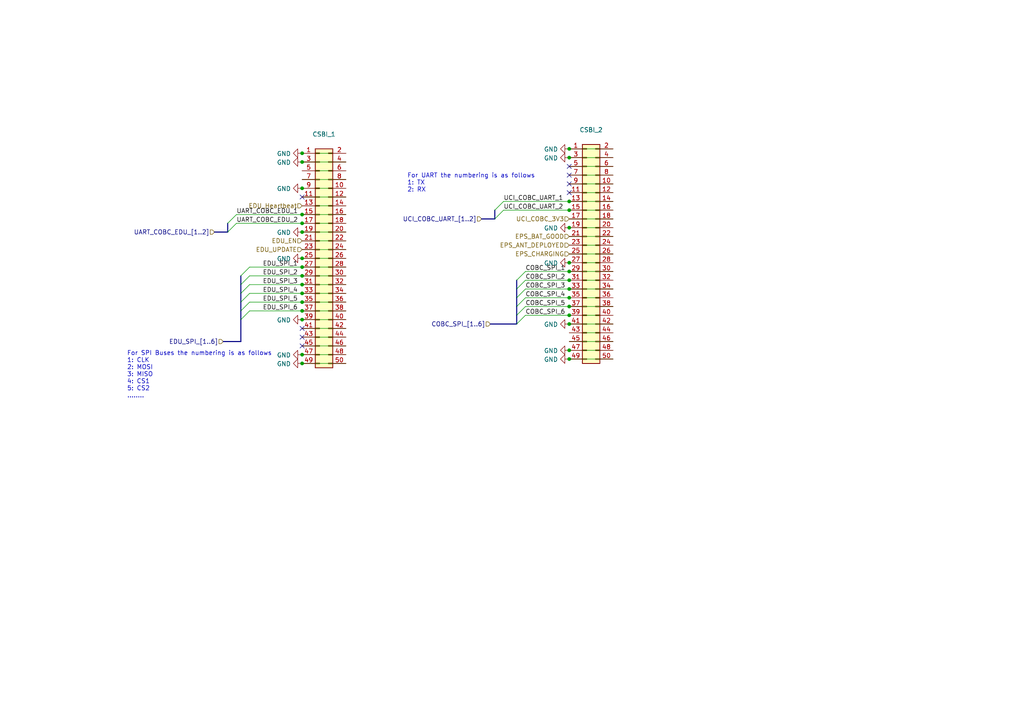
<source format=kicad_sch>
(kicad_sch (version 20211123) (generator eeschema)
  (paper "A4")
  (title_block (title "STS1_connectors") (date "21.02.2021") (rev "1.0") (company "TU Wien Space Team"))
  (lib_symbols
    (symbol "Connector_Generic:Conn_02x25_Odd_Even" (pin_names (offset 1.016) hide)
      (property "Reference" "J" (at 1.27 33.02 0))
      (property "Value" "Conn_02x25_Odd_Even" (at 1.27 -33.02 0))
      (symbol "Conn_02x25_Odd_Even_1_1"
        (rectangle (start -1.27 -30.353) (end 0 -30.607) (stroke (width 0.1524)))
        (rectangle (start -1.27 -27.813) (end 0 -28.067) (stroke (width 0.1524)))
        (rectangle (start -1.27 -25.273) (end 0 -25.527) (stroke (width 0.1524)))
        (rectangle (start -1.27 -22.733) (end 0 -22.987) (stroke (width 0.1524)))
        (rectangle (start -1.27 -20.193) (end 0 -20.447) (stroke (width 0.1524)))
        (rectangle (start -1.27 -17.653) (end 0 -17.907) (stroke (width 0.1524)))
        (rectangle (start -1.27 -15.113) (end 0 -15.367) (stroke (width 0.1524)))
        (rectangle (start -1.27 -12.573) (end 0 -12.827) (stroke (width 0.1524)))
        (rectangle (start -1.27 -10.033) (end 0 -10.287) (stroke (width 0.1524)))
        (rectangle (start -1.27 -7.493) (end 0 -7.747) (stroke (width 0.1524)))
        (rectangle (start -1.27 -4.953) (end 0 -5.207) (stroke (width 0.1524)))
        (rectangle (start -1.27 -2.413) (end 0 -2.667) (stroke (width 0.1524)))
        (rectangle (start -1.27 0.127) (end 0 -0.127) (stroke (width 0.1524)))
        (rectangle (start -1.27 2.667) (end 0 2.413) (stroke (width 0.1524)))
        (rectangle (start -1.27 5.207) (end 0 4.953) (stroke (width 0.1524)))
        (rectangle (start -1.27 7.747) (end 0 7.493) (stroke (width 0.1524)))
        (rectangle (start -1.27 10.287) (end 0 10.033) (stroke (width 0.1524)))
        (rectangle (start -1.27 12.827) (end 0 12.573) (stroke (width 0.1524)))
        (rectangle (start -1.27 15.367) (end 0 15.113) (stroke (width 0.1524)))
        (rectangle (start -1.27 17.907) (end 0 17.653) (stroke (width 0.1524)))
        (rectangle (start -1.27 20.447) (end 0 20.193) (stroke (width 0.1524)))
        (rectangle (start -1.27 22.987) (end 0 22.733) (stroke (width 0.1524)))
        (rectangle (start -1.27 25.527) (end 0 25.273) (stroke (width 0.1524)))
        (rectangle (start -1.27 28.067) (end 0 27.813) (stroke (width 0.1524)))
        (rectangle (start -1.27 30.607) (end 0 30.353) (stroke (width 0.1524)))
        (rectangle (start -1.27 31.75) (end 3.81 -31.75) (stroke (width 0.254)) (fill (type background)))
        (rectangle (start 3.81 -30.353) (end 2.54 -30.607) (stroke (width 0.1524)))
        (rectangle (start 3.81 -27.813) (end 2.54 -28.067) (stroke (width 0.1524)))
        (rectangle (start 3.81 -25.273) (end 2.54 -25.527) (stroke (width 0.1524)))
        (rectangle (start 3.81 -22.733) (end 2.54 -22.987) (stroke (width 0.1524)))
        (rectangle (start 3.81 -20.193) (end 2.54 -20.447) (stroke (width 0.1524)))
        (rectangle (start 3.81 -17.653) (end 2.54 -17.907) (stroke (width 0.1524)))
        (rectangle (start 3.81 -15.113) (end 2.54 -15.367) (stroke (width 0.1524)))
        (rectangle (start 3.81 -12.573) (end 2.54 -12.827) (stroke (width 0.1524)))
        (rectangle (start 3.81 -10.033) (end 2.54 -10.287) (stroke (width 0.1524)))
        (rectangle (start 3.81 -7.493) (end 2.54 -7.747) (stroke (width 0.1524)))
        (rectangle (start 3.81 -4.953) (end 2.54 -5.207) (stroke (width 0.1524)))
        (rectangle (start 3.81 -2.413) (end 2.54 -2.667) (stroke (width 0.1524)))
        (rectangle (start 3.81 0.127) (end 2.54 -0.127) (stroke (width 0.1524)))
        (rectangle (start 3.81 2.667) (end 2.54 2.413) (stroke (width 0.1524)))
        (rectangle (start 3.81 5.207) (end 2.54 4.953) (stroke (width 0.1524)))
        (rectangle (start 3.81 7.747) (end 2.54 7.493) (stroke (width 0.1524)))
        (rectangle (start 3.81 10.287) (end 2.54 10.033) (stroke (width 0.1524)))
        (rectangle (start 3.81 12.827) (end 2.54 12.573) (stroke (width 0.1524)))
        (rectangle (start 3.81 15.367) (end 2.54 15.113) (stroke (width 0.1524)))
        (rectangle (start 3.81 17.907) (end 2.54 17.653) (stroke (width 0.1524)))
        (rectangle (start 3.81 20.447) (end 2.54 20.193) (stroke (width 0.1524)))
        (rectangle (start 3.81 22.987) (end 2.54 22.733) (stroke (width 0.1524)))
        (rectangle (start 3.81 25.527) (end 2.54 25.273) (stroke (width 0.1524)))
        (rectangle (start 3.81 28.067) (end 2.54 27.813) (stroke (width 0.1524)))
        (rectangle (start 3.81 30.607) (end 2.54 30.353) (stroke (width 0.1524)))
        (pin passive line (at -5.08 30.48 0) (length 3.81) (name "Pin_1") (number "1"))
        (pin passive line (at 7.62 20.32 180) (length 3.81) (name "Pin_10") (number "10"))
        (pin passive line (at -5.08 17.78 0) (length 3.81) (name "Pin_11") (number "11"))
        (pin passive line (at 7.62 17.78 180) (length 3.81) (name "Pin_12") (number "12"))
        (pin passive line (at -5.08 15.24 0) (length 3.81) (name "Pin_13") (number "13"))
        (pin passive line (at 7.62 15.24 180) (length 3.81) (name "Pin_14") (number "14"))
        (pin passive line (at -5.08 12.7 0) (length 3.81) (name "Pin_15") (number "15"))
        (pin passive line (at 7.62 12.7 180) (length 3.81) (name "Pin_16") (number "16"))
        (pin passive line (at -5.08 10.16 0) (length 3.81) (name "Pin_17") (number "17"))
        (pin passive line (at 7.62 10.16 180) (length 3.81) (name "Pin_18") (number "18"))
        (pin passive line (at -5.08 7.62 0) (length 3.81) (name "Pin_19") (number "19"))
        (pin passive line (at 7.62 30.48 180) (length 3.81) (name "Pin_2") (number "2"))
        (pin passive line (at 7.62 7.62 180) (length 3.81) (name "Pin_20") (number "20"))
        (pin passive line (at -5.08 5.08 0) (length 3.81) (name "Pin_21") (number "21"))
        (pin passive line (at 7.62 5.08 180) (length 3.81) (name "Pin_22") (number "22"))
        (pin passive line (at -5.08 2.54 0) (length 3.81) (name "Pin_23") (number "23"))
        (pin passive line (at 7.62 2.54 180) (length 3.81) (name "Pin_24") (number "24"))
        (pin passive line (at -5.08 0 0) (length 3.81) (name "Pin_25") (number "25"))
        (pin passive line (at 7.62 0 180) (length 3.81) (name "Pin_26") (number "26"))
        (pin passive line (at -5.08 -2.54 0) (length 3.81) (name "Pin_27") (number "27"))
        (pin passive line (at 7.62 -2.54 180) (length 3.81) (name "Pin_28") (number "28"))
        (pin passive line (at -5.08 -5.08 0) (length 3.81) (name "Pin_29") (number "29"))
        (pin passive line (at -5.08 27.94 0) (length 3.81) (name "Pin_3") (number "3"))
        (pin passive line (at 7.62 -5.08 180) (length 3.81) (name "Pin_30") (number "30"))
        (pin passive line (at -5.08 -7.62 0) (length 3.81) (name "Pin_31") (number "31"))
        (pin passive line (at 7.62 -7.62 180) (length 3.81) (name "Pin_32") (number "32"))
        (pin passive line (at -5.08 -10.16 0) (length 3.81) (name "Pin_33") (number "33"))
        (pin passive line (at 7.62 -10.16 180) (length 3.81) (name "Pin_34") (number "34"))
        (pin passive line (at -5.08 -12.7 0) (length 3.81) (name "Pin_35") (number "35"))
        (pin passive line (at 7.62 -12.7 180) (length 3.81) (name "Pin_36") (number "36"))
        (pin passive line (at -5.08 -15.24 0) (length 3.81) (name "Pin_37") (number "37"))
        (pin passive line (at 7.62 -15.24 180) (length 3.81) (name "Pin_38") (number "38"))
        (pin passive line (at -5.08 -17.78 0) (length 3.81) (name "Pin_39") (number "39"))
        (pin passive line (at 7.62 27.94 180) (length 3.81) (name "Pin_4") (number "4"))
        (pin passive line (at 7.62 -17.78 180) (length 3.81) (name "Pin_40") (number "40"))
        (pin passive line (at -5.08 -20.32 0) (length 3.81) (name "Pin_41") (number "41"))
        (pin passive line (at 7.62 -20.32 180) (length 3.81) (name "Pin_42") (number "42"))
        (pin passive line (at -5.08 -22.86 0) (length 3.81) (name "Pin_43") (number "43"))
        (pin passive line (at 7.62 -22.86 180) (length 3.81) (name "Pin_44") (number "44"))
        (pin passive line (at -5.08 -25.4 0) (length 3.81) (name "Pin_45") (number "45"))
        (pin passive line (at 7.62 -25.4 180) (length 3.81) (name "Pin_46") (number "46"))
        (pin passive line (at -5.08 -27.94 0) (length 3.81) (name "Pin_47") (number "47"))
        (pin passive line (at 7.62 -27.94 180) (length 3.81) (name "Pin_48") (number "48"))
        (pin passive line (at -5.08 -30.48 0) (length 3.81) (name "Pin_49") (number "49"))
        (pin passive line (at -5.08 25.4 0) (length 3.81) (name "Pin_5") (number "5"))
        (pin passive line (at 7.62 -30.48 180) (length 3.81) (name "Pin_50") (number "50"))
        (pin passive line (at 7.62 25.4 180) (length 3.81) (name "Pin_6") (number "6"))
        (pin passive line (at -5.08 22.86 0) (length 3.81) (name "Pin_7") (number "7"))
        (pin passive line (at 7.62 22.86 180) (length 3.81) (name "Pin_8") (number "8"))
        (pin passive line (at -5.08 20.32 0) (length 3.81) (name "Pin_9") (number "9"))
      )
    )
    (symbol "power:GND" (power) (pin_names (offset 0))
      (property "Value" "GND" (at 0 -3.81 0))
      (symbol "GND_0_1"
        (polyline (pts (xy 0 0) (xy 0 -1.27) (xy 1.27 -1.27) (xy 0 -2.54) (xy -1.27 -1.27) (xy 0 -1.27)))
      )
      (symbol "GND_1_1"
        (pin power_in line (at 0 0 270) (length 0) hide (name "GND") (number "1"))
      )
    )
  )
  (junction (at 87.63 92.71))
  (junction (at 165.1 101.6))
  (junction (at 165.1 45.72))
  (junction (at 87.63 82.55))
  (junction (at 165.1 88.9))
  (junction (at 165.1 76.2))
  (junction (at 87.63 67.31))
  (junction (at 87.63 85.09))
  (junction (at 87.63 46.99))
  (junction (at 165.1 83.82))
  (junction (at 165.1 91.44))
  (junction (at 87.63 102.87))
  (junction (at 165.1 93.98))
  (junction (at 87.63 74.93))
  (junction (at 165.1 78.74))
  (junction (at 87.63 87.63))
  (junction (at 87.63 44.45))
  (junction (at 87.63 90.17))
  (junction (at 87.63 80.01))
  (junction (at 87.63 62.23))
  (junction (at 87.63 105.41))
  (junction (at 87.63 54.61))
  (junction (at 165.1 43.18))
  (junction (at 165.1 66.04))
  (junction (at 87.63 64.77))
  (junction (at 87.63 77.47))
  (junction (at 165.1 60.96))
  (junction (at 165.1 81.28))
  (junction (at 165.1 58.42))
  (junction (at 165.1 104.14))
  (junction (at 165.1 86.36))
  (no_connect (at 165.1 55.88))
  (no_connect (at 87.63 95.25))
  (no_connect (at 87.63 57.15))
  (no_connect (at 165.1 48.26))
  (no_connect (at 87.63 97.79))
  (no_connect (at 165.1 53.34))
  (no_connect (at 87.63 100.33))
  (no_connect (at 165.1 50.8))
  (bus_entry (at 69.85 80.01) (size 2.54 -2.54))
  (bus_entry (at 69.85 82.55) (size 2.54 -2.54))
  (bus_entry (at 143.51 63.5) (size 2.54 -2.54))
  (bus_entry (at 149.86 81.28) (size 2.54 -2.54))
  (bus_entry (at 66.04 64.77) (size 2.54 -2.54))
  (bus_entry (at 69.85 92.71) (size 2.54 -2.54))
  (bus_entry (at 149.86 91.44) (size 2.54 -2.54))
  (bus_entry (at 66.04 67.31) (size 2.54 -2.54))
  (bus_entry (at 69.85 85.09) (size 2.54 -2.54))
  (bus_entry (at 69.85 87.63) (size 2.54 -2.54))
  (bus_entry (at 149.86 93.98) (size 2.54 -2.54))
  (bus_entry (at 143.51 60.96) (size 2.54 -2.54))
  (bus_entry (at 69.85 90.17) (size 2.54 -2.54))
  (bus_entry (at 149.86 83.82) (size 2.54 -2.54))
  (bus_entry (at 149.86 86.36) (size 2.54 -2.54))
  (bus_entry (at 149.86 88.9) (size 2.54 -2.54))
  (bus (pts (xy 143.51 60.96) (xy 143.51 63.5)))
  (bus (pts (xy 69.85 92.71) (xy 69.85 99.06)))
  (wire (pts (xy 165.1 50.8) (xy 177.8 50.8)))
  (wire (pts (xy 165.1 104.14) (xy 177.8 104.14)))
  (bus (pts (xy 69.85 99.06) (xy 64.77 99.06)))
  (wire (pts (xy 165.1 78.74) (xy 177.8 78.74)))
  (wire (pts (xy 165.1 43.18) (xy 177.8 43.18)))
  (wire (pts (xy 87.63 100.33) (xy 100.33 100.33)))
  (wire (pts (xy 165.1 60.96) (xy 177.8 60.96)))
  (wire (pts (xy 87.63 62.23) (xy 100.33 62.23)))
  (wire (pts (xy 87.63 80.01) (xy 100.33 80.01)))
  (wire (pts (xy 87.63 74.93) (xy 100.33 74.93)))
  (wire (pts (xy 87.63 87.63) (xy 72.39 87.63)))
  (wire (pts (xy 87.63 54.61) (xy 100.33 54.61)))
  (wire (pts (xy 87.63 80.01) (xy 72.39 80.01)))
  (wire (pts (xy 87.63 59.69) (xy 100.33 59.69)))
  (wire (pts (xy 165.1 73.66) (xy 177.8 73.66)))
  (wire (pts (xy 165.1 78.74) (xy 152.4 78.74)))
  (wire (pts (xy 87.63 77.47) (xy 100.33 77.47)))
  (wire (pts (xy 165.1 88.9) (xy 152.4 88.9)))
  (bus (pts (xy 69.85 87.63) (xy 69.85 90.17)))
  (wire (pts (xy 87.63 72.39) (xy 100.33 72.39)))
  (wire (pts (xy 165.1 71.12) (xy 177.8 71.12)))
  (wire (pts (xy 87.63 85.09) (xy 72.39 85.09)))
  (wire (pts (xy 165.1 55.88) (xy 177.8 55.88)))
  (wire (pts (xy 165.1 86.36) (xy 177.8 86.36)))
  (wire (pts (xy 87.63 90.17) (xy 72.39 90.17)))
  (wire (pts (xy 87.63 44.45) (xy 100.33 44.45)))
  (wire (pts (xy 68.58 62.23) (xy 87.63 62.23)))
  (wire (pts (xy 165.1 91.44) (xy 152.4 91.44)))
  (wire (pts (xy 165.1 99.06) (xy 177.8 99.06)))
  (wire (pts (xy 165.1 81.28) (xy 177.8 81.28)))
  (wire (pts (xy 165.1 86.36) (xy 152.4 86.36)))
  (wire (pts (xy 87.63 82.55) (xy 100.33 82.55)))
  (wire (pts (xy 87.63 46.99) (xy 100.33 46.99)))
  (wire (pts (xy 87.63 90.17) (xy 100.33 90.17)))
  (bus (pts (xy 143.51 63.5) (xy 139.7 63.5)))
  (bus (pts (xy 149.86 86.36) (xy 149.86 88.9)))
  (bus (pts (xy 149.86 88.9) (xy 149.86 91.44)))
  (wire (pts (xy 87.63 67.31) (xy 100.33 67.31)))
  (wire (pts (xy 165.1 83.82) (xy 152.4 83.82)))
  (bus (pts (xy 66.04 67.31) (xy 62.23 67.31)))
  (wire (pts (xy 87.63 102.87) (xy 100.33 102.87)))
  (wire (pts (xy 165.1 63.5) (xy 177.8 63.5)))
  (wire (pts (xy 87.63 64.77) (xy 100.33 64.77)))
  (wire (pts (xy 165.1 48.26) (xy 177.8 48.26)))
  (wire (pts (xy 165.1 83.82) (xy 177.8 83.82)))
  (wire (pts (xy 87.63 57.15) (xy 100.33 57.15)))
  (bus (pts (xy 66.04 64.77) (xy 66.04 67.31)))
  (bus (pts (xy 149.86 81.28) (xy 149.86 83.82)))
  (bus (pts (xy 69.85 80.01) (xy 69.85 82.55)))
  (wire (pts (xy 165.1 88.9) (xy 177.8 88.9)))
  (wire (pts (xy 87.63 95.25) (xy 100.33 95.25)))
  (wire (pts (xy 165.1 96.52) (xy 177.8 96.52)))
  (bus (pts (xy 69.85 90.17) (xy 69.85 92.71)))
  (wire (pts (xy 87.63 77.47) (xy 72.39 77.47)))
  (wire (pts (xy 165.1 68.58) (xy 177.8 68.58)))
  (wire (pts (xy 68.58 64.77) (xy 87.63 64.77)))
  (bus (pts (xy 69.85 82.55) (xy 69.85 85.09)))
  (wire (pts (xy 87.63 105.41) (xy 100.33 105.41)))
  (bus (pts (xy 149.86 83.82) (xy 149.86 86.36)))
  (wire (pts (xy 87.63 85.09) (xy 100.33 85.09)))
  (wire (pts (xy 87.63 87.63) (xy 100.33 87.63)))
  (wire (pts (xy 165.1 81.28) (xy 152.4 81.28)))
  (bus (pts (xy 69.85 85.09) (xy 69.85 87.63)))
  (wire (pts (xy 165.1 66.04) (xy 177.8 66.04)))
  (wire (pts (xy 146.05 60.96) (xy 165.1 60.96)))
  (wire (pts (xy 165.1 53.34) (xy 177.8 53.34)))
  (wire (pts (xy 87.63 52.07) (xy 100.33 52.07)))
  (wire (pts (xy 87.63 92.71) (xy 100.33 92.71)))
  (wire (pts (xy 146.05 58.42) (xy 165.1 58.42)))
  (wire (pts (xy 165.1 58.42) (xy 177.8 58.42)))
  (wire (pts (xy 87.63 82.55) (xy 72.39 82.55)))
  (wire (pts (xy 87.63 69.85) (xy 100.33 69.85)))
  (wire (pts (xy 165.1 91.44) (xy 177.8 91.44)))
  (wire (pts (xy 165.1 93.98) (xy 177.8 93.98)))
  (wire (pts (xy 87.63 49.53) (xy 100.33 49.53)))
  (wire (pts (xy 165.1 76.2) (xy 177.8 76.2)))
  (bus (pts (xy 149.86 93.98) (xy 142.24 93.98)))
  (bus (pts (xy 149.86 91.44) (xy 149.86 93.98)))
  (wire (pts (xy 165.1 101.6) (xy 177.8 101.6)))
  (wire (pts (xy 165.1 45.72) (xy 177.8 45.72)))
  (wire (pts (xy 87.63 97.79) (xy 100.33 97.79)))
  (text "For SPI Buses the numbering is as follows\n1: CLK\n2: MOSI\n3: MISO\n4: CS1\n5: CS2\n........" (at 36.83 115.57 0) (effects (font (size 1.27 1.27)) (justify left bottom)))
  (text "For UART the numbering is as follows\n1: TX\n2: RX\n" (at 118.11 55.88 0) (effects (font (size 1.27 1.27)) (justify left bottom)))
  (label "UCI_COBC_UART_2" (at 146.05 60.96 0))
  (label "COBC_SPI_2" (at 152.4 81.28 0))
  (label "UART_COBC_EDU_1" (at 68.58 62.23 0))
  (label "EDU_SPI_5" (at 76.2 87.63 0))
  (label "UCI_COBC_UART_1" (at 146.05 58.42 0))
  (label "COBC_SPI_4" (at 152.4 86.36 0))
  (label "UART_COBC_EDU_2" (at 68.58 64.77 0))
  (label "EDU_SPI_6" (at 76.2 90.17 0))
  (label "COBC_SPI_1" (at 152.4 78.74 0))
  (label "COBC_SPI_6" (at 152.4 91.44 0))
  (label "EDU_SPI_3" (at 76.2 82.55 0))
  (label "COBC_SPI_3" (at 152.4 83.82 0))
  (label "EDU_SPI_2" (at 76.2 80.01 0))
  (label "EDU_SPI_4" (at 76.2 85.09 0))
  (label "COBC_SPI_5" (at 152.4 88.9 0))
  (label "EDU_SPI_1" (at 76.2 77.47 0))
  (hierarchical_label "UCI_COBC_3V3" (shape input) (at 165.1 63.5 180))
  (hierarchical_label "EDU_EN" (shape input) (at 87.63 69.85 180))
  (hierarchical_label "EPS_BAT_GOOD" (shape input) (at 165.1 68.58 180))
  (hierarchical_label "UCI_COBC_UART_[1..2]" (shape input) (at 139.7 63.5 180))
  (hierarchical_label "EPS_CHARGING" (shape input) (at 165.1 73.66 180))
  (hierarchical_label "UART_COBC_EDU_[1..2]" (shape input) (at 62.23 67.31 180))
  (hierarchical_label "EPS_ANT_DEPLOYED" (shape input) (at 165.1 71.12 180))
  (hierarchical_label "EDU_Heartbeat" (shape input) (at 87.63 59.69 180))
  (hierarchical_label "EDU_SPI_[1..6]" (shape input) (at 64.77 99.06 180))
  (hierarchical_label "COBC_SPI_[1..6]" (shape input) (at 142.24 93.98 180))
  (hierarchical_label "EDU_UPDATE" (shape input) (at 87.63 72.39 180))
  (symbol (lib_id "Connector_Generic:Conn_02x25_Odd_Even") (at 92.71 74.93 0) (unit 1)
    (property "Reference" "CSBI_1" (at 93.98 38.9382 0))
  )
  (symbol (lib_id "Connector_Generic:Conn_02x25_Odd_Even") (at 170.18 73.66 0) (unit 1)
    (property "Reference" "CSBI_2" (at 171.45 37.6682 0))
  )
  (symbol (lib_id "power:GND") (at 87.63 44.45 270) (unit 1)
    (property "Reference" "#PWR0105" (effects hide))
  )
  (symbol (lib_id "power:GND") (at 87.63 46.99 270) (unit 1)
    (property "Reference" "#PWR0106" (effects hide))
  )
  (symbol (lib_id "power:GND") (at 87.63 54.61 270) (unit 1)
    (property "Reference" "#PWR0109" (effects hide))
  )
  (symbol (lib_id "power:GND") (at 87.63 67.31 270) (unit 1)
    (property "Reference" "#PWR0110" (effects hide))
  )
  (symbol (lib_id "power:GND") (at 87.63 74.93 270) (unit 1)
    (property "Reference" "#PWR0111" (effects hide))
  )
  (symbol (lib_id "power:GND") (at 87.63 92.71 270) (unit 1)
    (property "Reference" "#PWR0112" (effects hide))
  )
  (symbol (lib_id "power:GND") (at 87.63 102.87 270) (unit 1)
    (property "Reference" "#PWR0113" (effects hide))
  )
  (symbol (lib_id "power:GND") (at 87.63 105.41 270) (unit 1)
    (property "Reference" "#PWR0114" (effects hide))
  )
  (symbol (lib_id "power:GND") (at 165.1 43.18 270) (unit 1)
    (property "Reference" "#PWR0115" (effects hide))
  )
  (symbol (lib_id "power:GND") (at 165.1 45.72 270) (unit 1)
    (property "Reference" "#PWR0116" (effects hide))
  )
  (symbol (lib_id "power:GND") (at 165.1 104.14 270) (unit 1)
    (property "Reference" "#PWR0117" (effects hide))
  )
  (symbol (lib_id "power:GND") (at 165.1 101.6 270) (unit 1)
    (property "Reference" "#PWR0118" (effects hide))
  )
  (symbol (lib_id "power:GND") (at 165.1 76.2 270) (unit 1)
    (property "Reference" "#PWR0119" (effects hide))
  )
  (symbol (lib_id "power:GND") (at 165.1 66.04 270) (unit 1)
    (property "Reference" "#PWR0120" (effects hide))
  )
  (symbol (lib_id "power:GND") (at 165.1 93.98 270) (unit 1)
    (property "Reference" "#PWR0121" (effects hide))
  )
)
</source>
